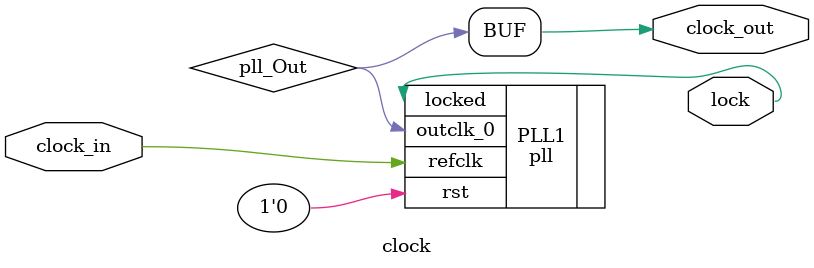
<source format=v>
module clock(
  input wire       clock_in,
  output           lock,
  output wire      clock_out
);

wire pll_Out;

pll PLL1(.refclk(clock_in), .rst(1'b0), .outclk_0(pll_Out), .locked(lock));

assign clock_out = pll_Out;

endmodule

</source>
